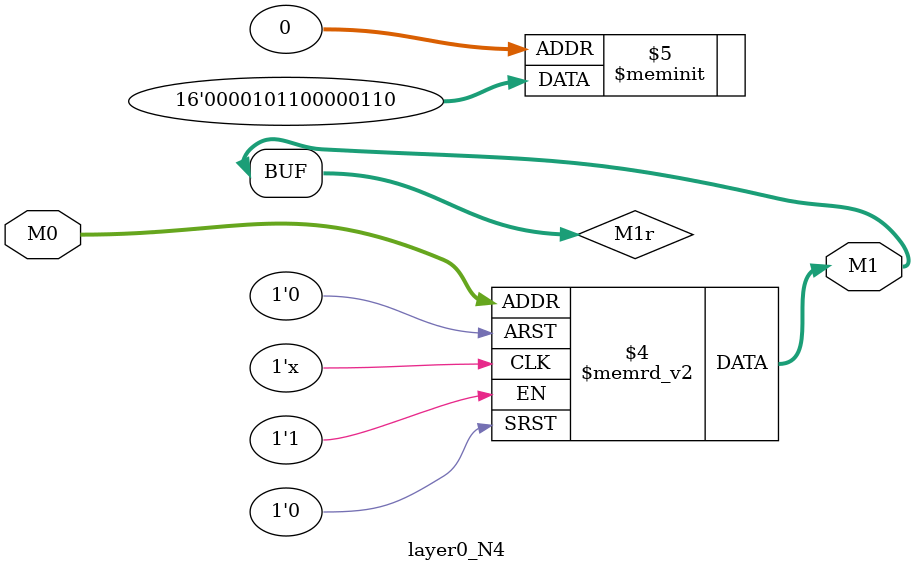
<source format=v>
module layer0_N4 ( input [2:0] M0, output [1:0] M1 );

	(*rom_style = "distributed" *) reg [1:0] M1r;
	assign M1 = M1r;
	always @ (M0) begin
		case (M0)
			3'b000: M1r = 2'b10;
			3'b100: M1r = 2'b11;
			3'b010: M1r = 2'b00;
			3'b110: M1r = 2'b00;
			3'b001: M1r = 2'b01;
			3'b101: M1r = 2'b10;
			3'b011: M1r = 2'b00;
			3'b111: M1r = 2'b00;

		endcase
	end
endmodule

</source>
